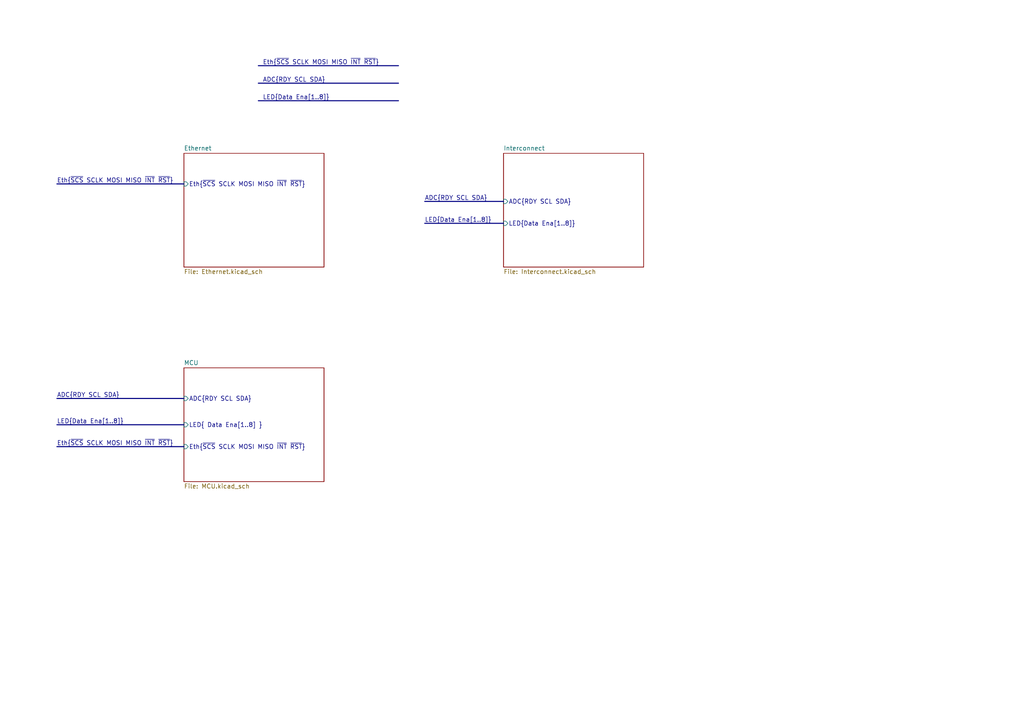
<source format=kicad_sch>
(kicad_sch
	(version 20250114)
	(generator "eeschema")
	(generator_version "9.0")
	(uuid "bd557fa5-9750-4f23-a70d-64eb23cad01a")
	(paper "A4")
	(lib_symbols)
	(bus
		(pts
			(xy 74.93 24.13) (xy 115.57 24.13)
		)
		(stroke
			(width 0)
			(type default)
		)
		(uuid "07080f4d-8b35-4639-bba1-a3dead207920")
	)
	(bus
		(pts
			(xy 16.51 115.57) (xy 53.34 115.57)
		)
		(stroke
			(width 0)
			(type default)
		)
		(uuid "49b31818-c40b-4cda-bc1a-3997c2e6c244")
	)
	(bus
		(pts
			(xy 16.51 53.34) (xy 53.34 53.34)
		)
		(stroke
			(width 0)
			(type default)
		)
		(uuid "7215b699-6c6a-4486-b81f-ba0ff0f47ba4")
	)
	(bus
		(pts
			(xy 74.93 29.21) (xy 115.57 29.21)
		)
		(stroke
			(width 0)
			(type default)
		)
		(uuid "747047d8-5418-493a-8796-5b852cfe8306")
	)
	(bus
		(pts
			(xy 74.93 19.05) (xy 115.57 19.05)
		)
		(stroke
			(width 0)
			(type default)
		)
		(uuid "8dad9509-f88b-414b-a8fa-987e5e7d5847")
	)
	(bus
		(pts
			(xy 123.19 58.42) (xy 146.05 58.42)
		)
		(stroke
			(width 0)
			(type default)
		)
		(uuid "9d940cc5-f2e5-4e5c-9960-060ca6e3c0ef")
	)
	(bus
		(pts
			(xy 16.51 129.54) (xy 53.34 129.54)
		)
		(stroke
			(width 0)
			(type default)
		)
		(uuid "c3eb325f-c305-4cce-89fa-e38cc7b7af94")
	)
	(bus
		(pts
			(xy 123.19 64.77) (xy 146.05 64.77)
		)
		(stroke
			(width 0)
			(type default)
		)
		(uuid "cbbe5845-091b-4a5c-8995-bcce2b8277bd")
	)
	(bus
		(pts
			(xy 16.51 123.19) (xy 53.34 123.19)
		)
		(stroke
			(width 0)
			(type default)
		)
		(uuid "f145bd4e-d1a4-48e6-9ab0-42f0e0830ba3")
	)
	(label "ADC{RDY SCL SDA}"
		(at 123.19 58.42 0)
		(effects
			(font
				(size 1.27 1.27)
			)
			(justify left bottom)
		)
		(uuid "15b4931b-5721-4e1e-b9b5-0674ca47730c")
	)
	(label "Eth{~{SCS} SCLK MOSI MISO ~{INT} ~{RST}}"
		(at 76.2 19.05 0)
		(effects
			(font
				(size 1.27 1.27)
			)
			(justify left bottom)
		)
		(uuid "18af0d93-5707-4004-a9f9-5b0fb72e95fe")
	)
	(label "LED{Data Ena[1..8]}"
		(at 76.2 29.21 0)
		(effects
			(font
				(size 1.27 1.27)
			)
			(justify left bottom)
		)
		(uuid "42569d9c-ce0d-450b-923d-fb96ac16b056")
	)
	(label "LED{Data Ena[1..8]}"
		(at 16.51 123.19 0)
		(effects
			(font
				(size 1.27 1.27)
			)
			(justify left bottom)
		)
		(uuid "87b68e43-b573-4a22-acb6-910866e845f7")
	)
	(label "ADC{RDY SCL SDA}"
		(at 16.51 115.57 0)
		(effects
			(font
				(size 1.27 1.27)
			)
			(justify left bottom)
		)
		(uuid "aa1286f1-9db2-41c0-8e80-5c48dcccd131")
	)
	(label "LED{Data Ena[1..8]}"
		(at 123.19 64.77 0)
		(effects
			(font
				(size 1.27 1.27)
			)
			(justify left bottom)
		)
		(uuid "b272dde3-0a43-479a-b783-e4c63945c82f")
	)
	(label "Eth{~{SCS} SCLK MOSI MISO ~{INT} ~{RST}}"
		(at 16.51 129.54 0)
		(effects
			(font
				(size 1.27 1.27)
			)
			(justify left bottom)
		)
		(uuid "ea19e992-64dd-430f-9d14-2251224ff5bd")
	)
	(label "Eth{~{SCS} SCLK MOSI MISO ~{INT} ~{RST}}"
		(at 16.51 53.34 0)
		(effects
			(font
				(size 1.27 1.27)
			)
			(justify left bottom)
		)
		(uuid "f0aaeb81-084d-47fe-abec-fd719c86062c")
	)
	(label "ADC{RDY SCL SDA}"
		(at 76.2 24.13 0)
		(effects
			(font
				(size 1.27 1.27)
			)
			(justify left bottom)
		)
		(uuid "f6b86bef-04a5-405a-91b8-d81f74d8f447")
	)
	(sheet
		(at 146.05 44.45)
		(size 40.64 33.02)
		(exclude_from_sim no)
		(in_bom yes)
		(on_board yes)
		(dnp no)
		(fields_autoplaced yes)
		(stroke
			(width 0.1524)
			(type solid)
		)
		(fill
			(color 0 0 0 0.0000)
		)
		(uuid "de67b45f-ca8d-4034-93ea-51716c7758e9")
		(property "Sheetname" "Interconnect"
			(at 146.05 43.7384 0)
			(effects
				(font
					(size 1.27 1.27)
				)
				(justify left bottom)
			)
		)
		(property "Sheetfile" "Interconnect.kicad_sch"
			(at 146.05 78.0546 0)
			(effects
				(font
					(size 1.27 1.27)
				)
				(justify left top)
			)
		)
		(pin "ADC{RDY SCL SDA}" input
			(at 146.05 58.42 180)
			(uuid "ef545a58-7bfd-48cd-9361-bf47e63020df")
			(effects
				(font
					(size 1.27 1.27)
				)
				(justify left)
			)
		)
		(pin "LED{Data Ena[1..8]}" input
			(at 146.05 64.77 180)
			(uuid "45d80035-c8c6-42af-bcb1-0b47191ef57c")
			(effects
				(font
					(size 1.27 1.27)
				)
				(justify left)
			)
		)
		(instances
			(project "StairsV2Eth_MCUBoard"
				(path "/bd557fa5-9750-4f23-a70d-64eb23cad01a"
					(page "4")
				)
			)
		)
	)
	(sheet
		(at 53.34 106.68)
		(size 40.64 33.02)
		(exclude_from_sim no)
		(in_bom yes)
		(on_board yes)
		(dnp no)
		(fields_autoplaced yes)
		(stroke
			(width 0.1524)
			(type solid)
		)
		(fill
			(color 0 0 0 0.0000)
		)
		(uuid "e84b093d-ee76-4a19-9258-f9d78314a678")
		(property "Sheetname" "MCU"
			(at 53.34 105.9684 0)
			(effects
				(font
					(size 1.27 1.27)
				)
				(justify left bottom)
			)
		)
		(property "Sheetfile" "MCU.kicad_sch"
			(at 53.34 140.2846 0)
			(effects
				(font
					(size 1.27 1.27)
				)
				(justify left top)
			)
		)
		(pin "ADC{RDY SCL SDA}" input
			(at 53.34 115.57 180)
			(uuid "d8d199fb-a28c-4aa1-aebb-cb40c146139b")
			(effects
				(font
					(size 1.27 1.27)
				)
				(justify left)
			)
		)
		(pin "LED{ Data Ena[1..8] }" input
			(at 53.34 123.19 180)
			(uuid "cee2767f-bd0a-4f36-9a46-bc1a4765ad34")
			(effects
				(font
					(size 1.27 1.27)
				)
				(justify left)
			)
		)
		(pin "Eth{~{SCS} SCLK MOSI MISO ~{INT} ~{RST}}" input
			(at 53.34 129.54 180)
			(uuid "6d7ce050-1738-462c-b562-c3d0da3b8f95")
			(effects
				(font
					(size 1.27 1.27)
				)
				(justify left)
			)
		)
		(instances
			(project "StairsV2Eth_MCUBoard"
				(path "/bd557fa5-9750-4f23-a70d-64eb23cad01a"
					(page "2")
				)
			)
		)
	)
	(sheet
		(at 53.34 44.45)
		(size 40.64 33.02)
		(exclude_from_sim no)
		(in_bom yes)
		(on_board yes)
		(dnp no)
		(fields_autoplaced yes)
		(stroke
			(width 0.1524)
			(type solid)
		)
		(fill
			(color 0 0 0 0.0000)
		)
		(uuid "f1d2f33a-e2bc-4a1e-9b7c-ec3ebbb95a84")
		(property "Sheetname" "Ethernet"
			(at 53.34 43.7384 0)
			(effects
				(font
					(size 1.27 1.27)
				)
				(justify left bottom)
			)
		)
		(property "Sheetfile" "Ethernet.kicad_sch"
			(at 53.34 78.0546 0)
			(effects
				(font
					(size 1.27 1.27)
				)
				(justify left top)
			)
		)
		(pin "Eth{~{SCS} SCLK MOSI MISO ~{INT} ~{RST}}" input
			(at 53.34 53.34 180)
			(uuid "f73c7304-4046-44a7-9c61-5999dce6c67a")
			(effects
				(font
					(size 1.27 1.27)
				)
				(justify left)
			)
		)
		(instances
			(project "StairsV2Eth_MCUBoard"
				(path "/bd557fa5-9750-4f23-a70d-64eb23cad01a"
					(page "3")
				)
			)
		)
	)
	(sheet_instances
		(path "/"
			(page "1")
		)
	)
	(embedded_fonts no)
)

</source>
